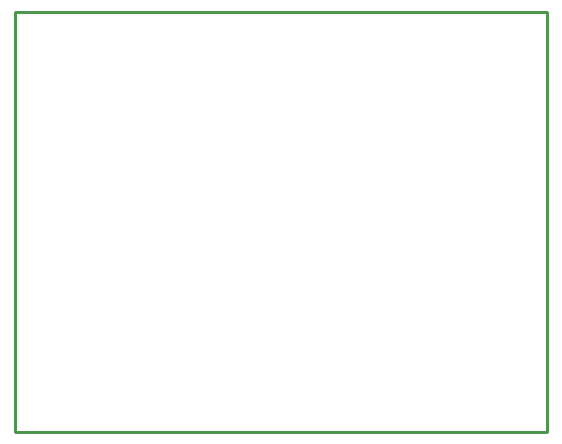
<source format=gko>
G04 Layer_Color=16711935*
%FSLAX44Y44*%
%MOMM*%
G71*
G01*
G75*
%ADD11C,0.2540*%
D11*
X260350Y1168400D02*
X711200D01*
Y812800D02*
Y1168400D01*
X260350Y812800D02*
X711200D01*
X260350D02*
Y1168400D01*
M02*

</source>
